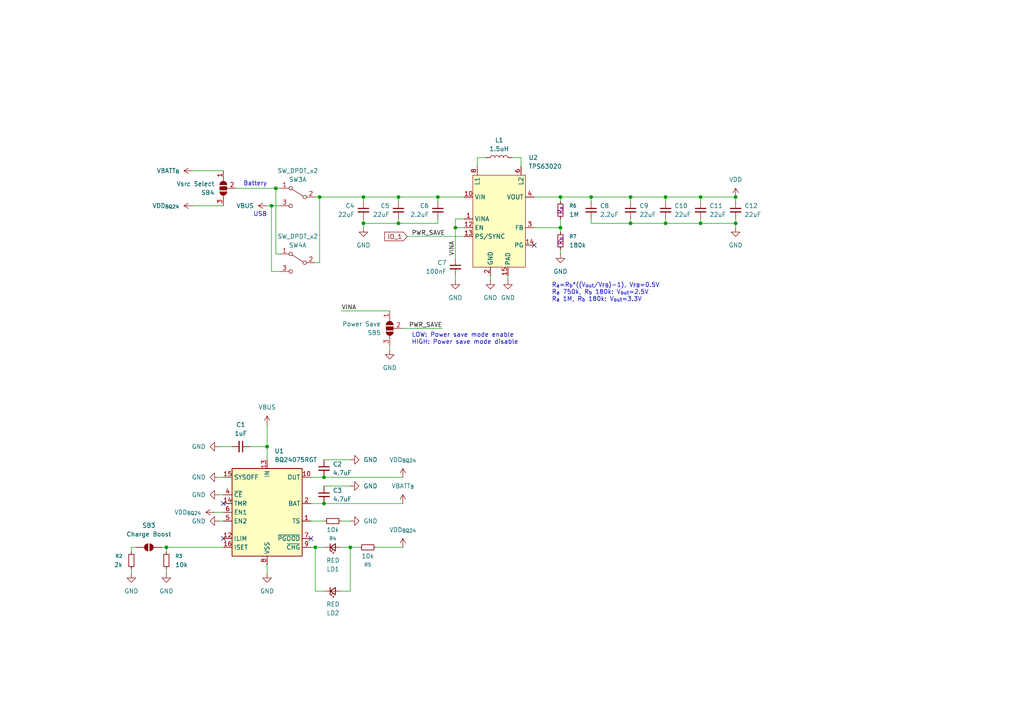
<source format=kicad_sch>
(kicad_sch (version 20250114) (generator "eeschema") (generator_version "9.0")
  (paper "A4")
  (lib_symbols
    (symbol "Battery_Management:BQ24075RGT"
      (property "Reference" "U" (at -8.89 13.97 0))
      (property "Value" "BQ24075RGT" (at 16.51 13.97 0))
      (symbol "BQ24075RGT_0_1"
        (rectangle (start -10.16 12.7) (end 10.16 -12.7) (stroke (width 0.254)) (fill (type background)))
      )
      (symbol "BQ24075RGT_1_1"
        (pin input line (at -12.7 10.16 0) (length 2.54) (name "SYSOFF") (number "15"))
        (pin input line (at -12.7 5.08 0) (length 2.54) (name "~{CE}") (number "4"))
        (pin input line (at -12.7 2.54 0) (length 2.54) (name "TMR") (number "14"))
        (pin input line (at -12.7 0 0) (length 2.54) (name "EN1") (number "6"))
        (pin input line (at -12.7 -2.54 0) (length 2.54) (name "EN2") (number "5"))
        (pin passive line (at -12.7 -7.62 0) (length 2.54) (name "ILIM") (number "12"))
        (pin passive line (at -12.7 -10.16 0) (length 2.54) (name "ISET") (number "16"))
        (pin power_in line (at 0 15.24 270) (length 2.54) (name "IN") (number "13"))
        (pin passive line (at 0 -15.24 90) (length 2.54) (hide yes) (name "VSS") (number "17"))
        (pin power_in line (at 0 -15.24 90) (length 2.54) (name "VSS") (number "8"))
        (pin power_out line (at 12.7 10.16 180) (length 2.54) (name "OUT") (number "10"))
        (pin passive line (at 12.7 10.16 180) (length 2.54) (hide yes) (name "OUT") (number "11"))
        (pin power_out line (at 12.7 2.54 180) (length 2.54) (name "BAT") (number "2"))
        (pin passive line (at 12.7 2.54 180) (length 2.54) (hide yes) (name "BAT") (number "3"))
        (pin passive line (at 12.7 -2.54 180) (length 2.54) (name "TS") (number "1"))
        (pin open_collector line (at 12.7 -7.62 180) (length 2.54) (name "~{PGOOD}") (number "7"))
        (pin open_collector line (at 12.7 -10.16 180) (length 2.54) (name "~{CHG}") (number "9"))
      )
    )
    (symbol "Device:C_Small" (pin_numbers (hide yes)) (pin_names (offset 0.254) (hide yes))
      (property "Reference" "C" (at 0.254 1.778 0))
      (property "Value" "C_Small" (at 0.254 -2.032 0))
      (symbol "C_Small_0_1"
        (polyline (pts (xy -1.524 0.508) (xy 1.524 0.508)) (stroke (width 0.3048)))
        (polyline (pts (xy -1.524 -0.508) (xy 1.524 -0.508)) (stroke (width 0.3302)))
      )
      (symbol "C_Small_1_1"
        (pin passive line (at 0 2.54 270) (length 2.032) (name "~") (number "1"))
        (pin passive line (at 0 -2.54 90) (length 2.032) (name "~") (number "2"))
      )
    )
    (symbol "Device:L" (pin_numbers (hide yes)) (pin_names (offset 1.016) (hide yes))
      (property "Reference" "L" (at -1.27 0 90))
      (property "Value" "L" (at 1.905 0 90))
      (symbol "L_0_1"
        (arc (start 0 2.54) (mid 0.6323 1.905) (end 0 1.27))
        (arc (start 0 1.27) (mid 0.6323 0.635) (end 0 0))
        (arc (start 0 0) (mid 0.6323 -0.635) (end 0 -1.27))
        (arc (start 0 -1.27) (mid 0.6323 -1.905) (end 0 -2.54))
      )
      (symbol "L_1_1"
        (pin passive line (at 0 3.81 270) (length 1.27) (name "1") (number "1"))
        (pin passive line (at 0 -3.81 90) (length 1.27) (name "2") (number "2"))
      )
    )
    (symbol "Device:LED_Small" (pin_numbers (hide yes)) (pin_names (offset 0.254) (hide yes))
      (property "Reference" "D" (at -1.27 3.175 0))
      (property "Value" "LED_Small" (at -4.445 -2.54 0))
      (symbol "LED_Small_0_1"
        (polyline (pts (xy -0.762 -1.016) (xy -0.762 1.016)) (stroke (width 0.254)))
        (polyline (pts (xy 0 0.762) (xy -0.508 1.27) (xy -0.254 1.27) (xy -0.508 1.27) (xy -0.508 1.016)))
        (polyline (pts (xy 0.508 1.27) (xy 0 1.778) (xy 0.254 1.778) (xy 0 1.778) (xy 0 1.524)))
        (polyline (pts (xy 0.762 -1.016) (xy -0.762 0) (xy 0.762 1.016) (xy 0.762 -1.016)) (stroke (width 0.254)))
        (polyline (pts (xy 1.016 0) (xy -0.762 0)))
      )
      (symbol "LED_Small_1_1"
        (pin passive line (at -2.54 0 0) (length 1.778) (name "K") (number "1"))
        (pin passive line (at 2.54 0 180) (length 1.778) (name "A") (number "2"))
      )
    )
    (symbol "Device:R_Small" (pin_numbers (hide yes)) (pin_names (offset 0.254) (hide yes))
      (property "Reference" "R" (at 0 0 90))
      (property "Value" "R_Small" (at 1.778 0 90))
      (symbol "R_Small_0_1"
        (rectangle (start -0.762 1.778) (end 0.762 -1.778) (stroke (width 0.2032)))
      )
      (symbol "R_Small_1_1"
        (pin passive line (at 0 2.54 270) (length 0.762) (name "~") (number "1"))
        (pin passive line (at 0 -2.54 90) (length 0.762) (name "~") (number "2"))
      )
    )
    (symbol "ErgoSNM_Keyboard_Library:TPS63020"
      (property "Reference" "U" (at 11.938 7.874 0))
      (property "Value" "TPS63020" (at 15.24 5.08 0))
      (symbol "TPS63020_1_1"
        (rectangle (start -7.62 0) (end 7.62 -26.67) (fill (type background)))
        (pin input line (at -10.16 -3.81 0) (length 2.54) (hide yes) (name "VIN") (number "11"))
        (pin input line (at -10.16 -6.35 0) (length 2.54) (name "VIN") (number "10"))
        (pin input line (at -10.16 -12.7 0) (length 2.54) (name "VINA") (number "1"))
        (pin input line (at -10.16 -15.24 0) (length 2.54) (name "EN") (number "12"))
        (pin input line (at -10.16 -17.78 0) (length 2.54) (name "PS/SYNC") (number "13"))
        (pin input line (at -6.35 2.54 270) (length 2.54) (name "L1") (number "8"))
        (pin input line (at -3.81 2.54 270) (length 2.54) (hide yes) (name "L1") (number "9"))
        (pin input line (at -2.54 -29.21 90) (length 2.54) (name "GND") (number "2"))
        (pin input line (at 2.54 -29.21 90) (length 2.54) (name "PAD") (number "15"))
        (pin input line (at 3.81 2.54 270) (length 2.54) (hide yes) (name "L2") (number "7"))
        (pin input line (at 6.35 2.54 270) (length 2.54) (name "L2") (number "6"))
        (pin input line (at 10.16 -3.81 180) (length 2.54) (hide yes) (name "VOUT") (number "5"))
        (pin input line (at 10.16 -6.35 180) (length 2.54) (name "VOUT") (number "4"))
        (pin input line (at 10.16 -15.24 180) (length 2.54) (name "FB") (number "3"))
        (pin input line (at 10.16 -20.32 180) (length 2.54) (name "PG") (number "14"))
      )
    )
    (symbol "Jumper:SolderJumper_2_Open" (pin_numbers (hide yes)) (pin_names (offset 0) (hide yes)) (in_bom no)
      (property "Reference" "JP" (at 0 2.032 0))
      (property "Value" "SolderJumper_2_Open" (at 0 -2.54 0))
      (symbol "SolderJumper_2_Open_0_1"
        (polyline (pts (xy -0.254 1.016) (xy -0.254 -1.016)))
        (arc (start -0.254 -1.016) (mid -1.2656 0) (end -0.254 1.016))
        (arc (start -0.254 -1.016) (mid -1.2656 0) (end -0.254 1.016) (fill (type outline)))
        (arc (start 0.254 1.016) (mid 1.2656 0) (end 0.254 -1.016))
        (arc (start 0.254 1.016) (mid 1.2656 0) (end 0.254 -1.016) (fill (type outline)))
        (polyline (pts (xy 0.254 1.016) (xy 0.254 -1.016)))
      )
      (symbol "SolderJumper_2_Open_1_1"
        (pin passive line (at -3.81 0 0) (length 2.54) (name "A") (number "1"))
        (pin passive line (at 3.81 0 180) (length 2.54) (name "B") (number "2"))
      )
    )
    (symbol "Jumper:SolderJumper_3_Open" (pin_names (offset 0) (hide yes)) (in_bom no)
      (property "Reference" "JP" (at -2.54 -2.54 0))
      (property "Value" "SolderJumper_3_Open" (at 0 2.794 0))
      (symbol "SolderJumper_3_Open_0_1"
        (polyline (pts (xy -2.54 0) (xy -2.032 0)))
        (polyline (pts (xy -1.016 1.016) (xy -1.016 -1.016)))
        (arc (start -1.016 -1.016) (mid -2.0276 0) (end -1.016 1.016))
        (arc (start -1.016 -1.016) (mid -2.0276 0) (end -1.016 1.016) (fill (type outline)))
        (rectangle (start -0.508 1.016) (end 0.508 -1.016) (fill (type outline)))
        (polyline (pts (xy 0 -1.27) (xy 0 -1.016)))
        (arc (start 1.016 1.016) (mid 2.0276 0) (end 1.016 -1.016))
        (arc (start 1.016 1.016) (mid 2.0276 0) (end 1.016 -1.016) (fill (type outline)))
        (polyline (pts (xy 1.016 1.016) (xy 1.016 -1.016)))
        (polyline (pts (xy 2.54 0) (xy 2.032 0)))
      )
      (symbol "SolderJumper_3_Open_1_1"
        (pin passive line (at -5.08 0 0) (length 2.54) (name "A") (number "1"))
        (pin passive line (at 0 -3.81 90) (length 2.54) (name "C") (number "2"))
        (pin passive line (at 5.08 0 180) (length 2.54) (name "B") (number "3"))
      )
    )
    (symbol "Switch:SW_DPDT_x2" (pin_names (offset 0) (hide yes))
      (property "Reference" "SW" (at 0 4.318 0))
      (property "Value" "SW_DPDT_x2" (at 0 -5.08 0))
      (symbol "SW_DPDT_x2_0_0"
        (circle (center -2.032 0) (radius 0.508))
        (circle (center 2.032 -2.54) (radius 0.508))
      )
      (symbol "SW_DPDT_x2_0_1"
        (polyline (pts (xy -1.524 0.254) (xy 1.651 2.286)))
        (circle (center 2.032 2.54) (radius 0.508))
      )
      (symbol "SW_DPDT_x2_1_1"
        (pin passive line (at -5.08 0 0) (length 2.54) (name "B") (number "2"))
        (pin passive line (at 5.08 2.54 180) (length 2.54) (name "A") (number "1"))
        (pin passive line (at 5.08 -2.54 180) (length 2.54) (name "C") (number "3"))
      )
      (symbol "SW_DPDT_x2_2_1"
        (pin passive line (at -5.08 0 0) (length 2.54) (name "B") (number "5"))
        (pin passive line (at 5.08 2.54 180) (length 2.54) (name "A") (number "4"))
        (pin passive line (at 5.08 -2.54 180) (length 2.54) (name "C") (number "6"))
      )
    )
    (symbol "VDD_1" (power) (pin_numbers (hide yes)) (pin_names (offset 0) (hide yes))
      (property "Value" "VDD" (at 0 3.556 0))
      (symbol "VDD_1_0_1"
        (polyline (pts (xy -0.762 1.27) (xy 0 2.54)))
        (polyline (pts (xy 0 2.54) (xy 0.762 1.27)))
        (polyline (pts (xy 0 0) (xy 0 2.54)))
      )
      (symbol "VDD_1_1_1"
        (pin power_in line (at 0 0 90) (length 0) (name "~") (number "1"))
      )
    )
    (symbol "power:+BATT" (power) (pin_numbers (hide yes)) (pin_names (offset 0) (hide yes))
      (property "Value" "+BATT" (at 0 3.556 0))
      (symbol "+BATT_0_1"
        (polyline (pts (xy -0.762 1.27) (xy 0 2.54)))
        (polyline (pts (xy 0 2.54) (xy 0.762 1.27)))
        (polyline (pts (xy 0 0) (xy 0 2.54)))
      )
      (symbol "+BATT_1_1"
        (pin power_in line (at 0 0 90) (length 0) (name "~") (number "1"))
      )
    )
    (symbol "power:GND" (power) (pin_numbers (hide yes)) (pin_names (offset 0) (hide yes))
      (property "Value" "GND" (at 0 -3.81 0))
      (symbol "GND_0_1"
        (polyline (pts (xy 0 0) (xy 0 -1.27) (xy 1.27 -1.27) (xy 0 -2.54) (xy -1.27 -1.27) (xy 0 -1.27)))
      )
      (symbol "GND_1_1"
        (pin power_in line (at 0 0 270) (length 0) (name "~") (number "1"))
      )
    )
    (symbol "power:VBUS" (power) (pin_numbers (hide yes)) (pin_names (offset 0) (hide yes))
      (property "Value" "VBUS" (at 0 3.556 0))
      (symbol "VBUS_0_1"
        (polyline (pts (xy -0.762 1.27) (xy 0 2.54)))
        (polyline (pts (xy 0 2.54) (xy 0.762 1.27)))
        (polyline (pts (xy 0 0) (xy 0 2.54)))
      )
      (symbol "VBUS_1_1"
        (pin power_in line (at 0 0 90) (length 0) (name "~") (number "1"))
      )
    )
    (symbol "power:VDD" (power) (pin_numbers (hide yes)) (pin_names (offset 0) (hide yes))
      (property "Value" "VDD" (at 0 3.556 0))
      (symbol "VDD_0_1"
        (polyline (pts (xy -0.762 1.27) (xy 0 2.54)))
        (polyline (pts (xy 0 2.54) (xy 0.762 1.27)))
        (polyline (pts (xy 0 0) (xy 0 2.54)))
      )
      (symbol "VDD_1_1"
        (pin power_in line (at 0 0 90) (length 0) (name "~") (number "1"))
      )
    )
  )
  (text "Battery" (at 77.47 53.34 0) (effects (font (size 1.27 1.27)) (justify right)))
  (text "R_{a}=R_{b}*((V_{out}/V_{FB})-1), V_{FB}=0.5V\nR_{a} 750k, R_{b} 180k: V_{out}=2.5V\nR_{a} 1M, R_{b} 180k: V_{out}=3.3V" (at 160.02 87.63 0) (effects (font (size 1.27 1.27)) (justify left bottom)))
  (text "LOW: Power save mode enable\nHIGH: Power save mode disable" (at 119.38 96.52 0) (effects (font (size 1.27 1.27)) (justify left top)))
  (text "USB" (at 77.47 62.23 0) (effects (font (size 1.27 1.27)) (justify right)))
  (junction (at 182.88 64.77))
  (junction (at 91.44 158.75))
  (junction (at 203.2 64.77))
  (junction (at 80.01 54.61))
  (junction (at 182.88 57.15))
  (junction (at 203.2 57.15))
  (junction (at 101.6 158.75))
  (junction (at 213.36 64.77))
  (junction (at 92.71 57.15))
  (junction (at 115.57 64.77))
  (junction (at 77.47 129.54))
  (junction (at 193.04 57.15))
  (junction (at 162.56 57.15))
  (junction (at 171.45 57.15))
  (junction (at 132.08 66.04))
  (junction (at 162.56 66.04))
  (junction (at 193.04 64.77))
  (junction (at 127 57.15))
  (junction (at 93.98 146.05))
  (junction (at 105.41 57.15))
  (junction (at 115.57 57.15))
  (junction (at 93.98 138.43))
  (junction (at 213.36 57.15))
  (junction (at 78.74 59.69))
  (junction (at 48.26 158.75))
  (junction (at 105.41 64.77))
  (no_connect (at 64.77 146.05))
  (no_connect (at 64.77 156.21))
  (no_connect (at 90.17 156.21))
  (no_connect (at 154.94 71.12))
  (wire (pts (xy 203.2 64.77) (xy 203.2 63.5)))
  (wire (pts (xy 38.1 158.75) (xy 39.37 158.75)))
  (wire (pts (xy 93.98 138.43) (xy 116.84 138.43)))
  (wire (pts (xy 147.32 80.01) (xy 147.32 81.28)))
  (wire (pts (xy 182.88 64.77) (xy 182.88 63.5)))
  (wire (pts (xy 213.36 57.15) (xy 203.2 57.15)))
  (wire (pts (xy 77.47 166.37) (xy 77.47 163.83)))
  (wire (pts (xy 99.06 90.17) (xy 113.03 90.17)))
  (wire (pts (xy 38.1 165.1) (xy 38.1 166.37)))
  (wire (pts (xy 162.56 73.66) (xy 162.56 72.39)))
  (wire (pts (xy 132.08 80.01) (xy 132.08 81.28)))
  (wire (pts (xy 46.99 158.75) (xy 48.26 158.75)))
  (wire (pts (xy 55.88 49.53) (xy 64.77 49.53)))
  (wire (pts (xy 109.22 158.75) (xy 116.84 158.75)))
  (wire (pts (xy 101.6 158.75) (xy 104.14 158.75)))
  (wire (pts (xy 81.28 78.74) (xy 78.74 78.74)))
  (wire (pts (xy 154.94 57.15) (xy 162.56 57.15)))
  (wire (pts (xy 93.98 151.13) (xy 90.17 151.13)))
  (wire (pts (xy 63.5 138.43) (xy 64.77 138.43)))
  (wire (pts (xy 193.04 64.77) (xy 182.88 64.77)))
  (wire (pts (xy 127 57.15) (xy 134.62 57.15)))
  (wire (pts (xy 80.01 73.66) (xy 80.01 54.61)))
  (wire (pts (xy 90.17 158.75) (xy 91.44 158.75)))
  (wire (pts (xy 68.58 54.61) (xy 80.01 54.61)))
  (wire (pts (xy 151.13 45.72) (xy 148.59 45.72)))
  (wire (pts (xy 134.62 63.5) (xy 132.08 63.5)))
  (wire (pts (xy 101.6 171.45) (xy 101.6 158.75)))
  (wire (pts (xy 63.5 129.54) (xy 67.31 129.54)))
  (wire (pts (xy 105.41 64.77) (xy 105.41 66.04)))
  (wire (pts (xy 77.47 59.69) (xy 78.74 59.69)))
  (wire (pts (xy 91.44 57.15) (xy 92.71 57.15)))
  (wire (pts (xy 99.06 158.75) (xy 101.6 158.75)))
  (wire (pts (xy 81.28 73.66) (xy 80.01 73.66)))
  (wire (pts (xy 91.44 171.45) (xy 91.44 158.75)))
  (wire (pts (xy 77.47 133.35) (xy 77.47 129.54)))
  (wire (pts (xy 48.26 158.75) (xy 64.77 158.75)))
  (wire (pts (xy 101.6 151.13) (xy 99.06 151.13)))
  (wire (pts (xy 171.45 57.15) (xy 182.88 57.15)))
  (wire (pts (xy 127 57.15) (xy 127 58.42)))
  (wire (pts (xy 127 63.5) (xy 127 64.77)))
  (wire (pts (xy 171.45 57.15) (xy 171.45 58.42)))
  (wire (pts (xy 93.98 146.05) (xy 116.84 146.05)))
  (wire (pts (xy 138.43 48.26) (xy 138.43 45.72)))
  (wire (pts (xy 115.57 58.42) (xy 115.57 57.15)))
  (wire (pts (xy 171.45 64.77) (xy 182.88 64.77)))
  (wire (pts (xy 162.56 57.15) (xy 171.45 57.15)))
  (wire (pts (xy 151.13 48.26) (xy 151.13 45.72)))
  (wire (pts (xy 213.36 64.77) (xy 203.2 64.77)))
  (wire (pts (xy 90.17 138.43) (xy 93.98 138.43)))
  (wire (pts (xy 105.41 57.15) (xy 105.41 58.42)))
  (wire (pts (xy 78.74 78.74) (xy 78.74 59.69)))
  (wire (pts (xy 115.57 57.15) (xy 127 57.15)))
  (wire (pts (xy 105.41 63.5) (xy 105.41 64.77)))
  (wire (pts (xy 132.08 63.5) (xy 132.08 66.04)))
  (wire (pts (xy 142.24 80.01) (xy 142.24 81.28)))
  (wire (pts (xy 63.5 151.13) (xy 64.77 151.13)))
  (wire (pts (xy 93.98 133.35) (xy 101.6 133.35)))
  (wire (pts (xy 78.74 59.69) (xy 81.28 59.69)))
  (wire (pts (xy 93.98 140.97) (xy 101.6 140.97)))
  (wire (pts (xy 171.45 63.5) (xy 171.45 64.77)))
  (wire (pts (xy 132.08 66.04) (xy 132.08 74.93)))
  (wire (pts (xy 93.98 171.45) (xy 91.44 171.45)))
  (wire (pts (xy 115.57 63.5) (xy 115.57 64.77)))
  (wire (pts (xy 182.88 57.15) (xy 182.88 58.42)))
  (wire (pts (xy 134.62 68.58) (xy 118.11 68.58)))
  (wire (pts (xy 91.44 158.75) (xy 93.98 158.75)))
  (wire (pts (xy 203.2 57.15) (xy 203.2 58.42)))
  (wire (pts (xy 134.62 66.04) (xy 132.08 66.04)))
  (wire (pts (xy 80.01 54.61) (xy 81.28 54.61)))
  (wire (pts (xy 55.88 59.69) (xy 64.77 59.69)))
  (wire (pts (xy 92.71 76.2) (xy 92.71 57.15)))
  (wire (pts (xy 63.5 143.51) (xy 64.77 143.51)))
  (wire (pts (xy 93.98 146.05) (xy 90.17 146.05)))
  (wire (pts (xy 162.56 63.5) (xy 162.56 66.04)))
  (wire (pts (xy 193.04 57.15) (xy 193.04 58.42)))
  (wire (pts (xy 113.03 101.6) (xy 113.03 100.33)))
  (wire (pts (xy 203.2 57.15) (xy 193.04 57.15)))
  (wire (pts (xy 138.43 45.72) (xy 140.97 45.72)))
  (wire (pts (xy 162.56 58.42) (xy 162.56 57.15)))
  (wire (pts (xy 154.94 66.04) (xy 162.56 66.04)))
  (wire (pts (xy 38.1 160.02) (xy 38.1 158.75)))
  (wire (pts (xy 77.47 123.19) (xy 77.47 129.54)))
  (wire (pts (xy 213.36 63.5) (xy 213.36 64.77)))
  (wire (pts (xy 77.47 129.54) (xy 72.39 129.54)))
  (wire (pts (xy 92.71 57.15) (xy 105.41 57.15)))
  (wire (pts (xy 105.41 57.15) (xy 115.57 57.15)))
  (wire (pts (xy 99.06 171.45) (xy 101.6 171.45)))
  (wire (pts (xy 62.23 148.59) (xy 64.77 148.59)))
  (wire (pts (xy 48.26 166.37) (xy 48.26 165.1)))
  (wire (pts (xy 213.36 66.04) (xy 213.36 64.77)))
  (wire (pts (xy 48.26 158.75) (xy 48.26 160.02)))
  (wire (pts (xy 115.57 64.77) (xy 127 64.77)))
  (wire (pts (xy 116.84 95.25) (xy 128.27 95.25)))
  (wire (pts (xy 193.04 57.15) (xy 182.88 57.15)))
  (wire (pts (xy 162.56 66.04) (xy 162.56 67.31)))
  (wire (pts (xy 203.2 64.77) (xy 193.04 64.77)))
  (wire (pts (xy 213.36 57.15) (xy 213.36 58.42)))
  (wire (pts (xy 193.04 64.77) (xy 193.04 63.5)))
  (wire (pts (xy 115.57 64.77) (xy 105.41 64.77)))
  (wire (pts (xy 91.44 76.2) (xy 92.71 76.2)))
  (label "VINA" (at 132.08 69.85 270))
  (label "VINA" (at 99.06 90.17 0))
  (label "PWR_SAVE" (at 128.27 95.25 180))
  (label "PWR_SAVE" (at 119.38 68.58 0))
  (global_label "IO_1" (shape input) (at 118.11 68.58 180) (property "Intersheetrefs" "${INTERSHEET_REFS}" (effects (hide yes))))
  (symbol (lib_id "Device:C_Small") (at 203.2 60.96 0) (unit 1)
    (property "Reference" "C11" (at 205.74 59.6962 0) (effects (justify left)))
    (property "Value" "22uF" (at 205.74 62.2362 0) (effects (justify left)))
    (property "Footprint" "Capacitor_SMD:C_0805_2012Metric" (effects (hide yes)))
    (property "Description" "Unpolarized capacitor, small symbol" (effects (hide yes)))
    (property "JLCPCB Part #" "C45783" (effects (hide yes)))
    (property "MFR. Part #" "CL21A226MAQNNNE" (effects (hide yes)))
  )
  (symbol (lib_id "power:GND") (at 63.5 138.43 270) (unit 1)
    (property "Reference" "#PWR024" (effects (hide yes)))
    (property "Value" "GND" (at 59.69 138.4299 90) (effects (justify right)))
    (property "Description" "Power symbol creates a global label with name \"GND\" , ground" (effects (hide yes)))
  )
  (symbol (lib_id "power:GND") (at 105.41 66.04 0) (unit 1)
    (property "Reference" "#PWR033" (effects (hide yes)))
    (property "Value" "GND" (at 105.41 71.12 0))
    (property "Description" "Power symbol creates a global label with name \"GND\" , ground" (effects (hide yes)))
  )
  (symbol (lib_id "power:GND") (at 101.6 133.35 90) (unit 1)
    (property "Reference" "#PWR030" (effects (hide yes)))
    (property "Value" "GND" (at 105.41 133.3499 90) (effects (justify right)))
    (property "Description" "Power symbol creates a global label with name \"GND\" , ground" (effects (hide yes)))
  )
  (symbol (lib_id "Device:L") (at 144.78 45.72 90) (unit 1)
    (property "Reference" "L1" (at 144.78 40.64 90))
    (property "Value" "1.5uH" (at 144.78 43.18 90))
    (property "Footprint" "Inductor_SMD:L_Changjiang_FNR252012S" (effects (hide yes)))
    (property "JLCPCB Part #" "C5832371" (effects (hide yes)))
    (property "MFR. Part #" "FTC252012S1R5MBCA" (effects (hide yes)))
  )
  (symbol (lib_id "power:VBUS") (at 77.47 59.69 90) (unit 1)
    (property "Reference" "#PWR027" (effects (hide yes)))
    (property "Value" "VBUS" (at 73.66 59.6899 90) (effects (justify left)))
    (property "Description" "Power symbol creates a global label with name \"VBUS\"" (effects (hide yes)))
  )
  (symbol (lib_id "power:+BATT") (at 55.88 49.53 90) (unit 1)
    (property "Reference" "#PWR020" (effects (hide yes)))
    (property "Value" "VBATT_{B}" (at 52.07 49.5299 90) (effects (justify left)))
    (property "Description" "Power symbol creates a global label with name \"+BATT\"" (effects (hide yes)))
  )
  (symbol (lib_name "VDD_1") (lib_id "power:VDD") (at 55.88 59.69 90) (unit 1)
    (property "Reference" "#PWR021" (effects (hide yes)))
    (property "Value" "VDD_{BQ24}" (at 52.07 59.6899 90) (effects (justify left)))
    (property "Description" "Power symbol creates a global label with name \"VDD\"" (effects (hide yes)))
  )
  (symbol (lib_id "Device:LED_Small") (at 96.52 158.75 0) (mirror x) (unit 1)
    (property "Reference" "LD1" (at 96.5835 165.1 0))
    (property "Value" "RED" (at 96.5835 162.56 0))
    (property "Footprint" "LED_SMD:LED_0603_1608Metric" (effects (hide yes)))
    (property "Description" "Light emitting diode, small symbol" (effects (hide yes)))
    (property "Sim.Pin" "1=K 2=A" (effects (hide yes)))
    (property "JLCPCB Part #" "C2286" (effects (hide yes)))
    (property "MFR. Part #" "KT-0603R" (effects (hide yes)))
  )
  (symbol (lib_id "power:+BATT") (at 116.84 146.05 0) (unit 1)
    (property "Reference" "#PWR036" (effects (hide yes)))
    (property "Value" "VBATT_{B}" (at 116.84 140.97 0))
    (property "Description" "Power symbol creates a global label with name \"+BATT\"" (effects (hide yes)))
  )
  (symbol (lib_id "Device:C_Small") (at 132.08 77.47 0) (mirror y) (unit 1)
    (property "Reference" "C7" (at 129.54 76.2062 0) (effects (justify left)))
    (property "Value" "100nF" (at 129.54 78.7462 0) (effects (justify left)))
    (property "Footprint" "Capacitor_SMD:C_0603_1608Metric" (effects (hide yes)))
    (property "Description" "Unpolarized capacitor, small symbol" (effects (hide yes)))
    (property "JLCPCB Part #" "C14663" (effects (hide yes)))
    (property "MFR. Part #" "CC0603KRX7R9BB104" (effects (hide yes)))
  )
  (symbol (lib_id "Device:R_Small") (at 162.56 60.96 0) (mirror y) (unit 1)
    (property "Reference" "R6" (at 165.1 59.6899 0) (effects (font (size 1.016 1.016)) (justify right)))
    (property "Value" "1M" (at 165.1 62.2299 0) (effects (justify right)))
    (property "Footprint" "Resistor_SMD:R_0603_1608Metric" (effects (hide yes)))
    (property "Description" "Resistor, small symbol" (effects (hide yes)))
    (property "Cal" "R_{a}" (at 162.56 60.96 90))
    (property "JLCPCB Part #" "C22935" (effects (hide yes)))
    (property "MFR. Part #" "0603WAF1004T5E" (effects (hide yes)))
  )
  (symbol (lib_id "power:GND") (at 113.03 101.6 0) (unit 1)
    (property "Reference" "#PWR034" (effects (hide yes)))
    (property "Value" "GND" (at 113.03 106.68 0))
    (property "Description" "Power symbol creates a global label with name \"GND\" , ground" (effects (hide yes)))
  )
  (symbol (lib_id "power:GND") (at 147.32 81.28 0) (unit 1)
    (property "Reference" "#PWR040" (effects (hide yes)))
    (property "Value" "GND" (at 147.32 86.36 0))
    (property "Description" "Power symbol creates a global label with name \"GND\" , ground" (effects (hide yes)))
  )
  (symbol (lib_id "Device:LED_Small") (at 96.52 171.45 0) (mirror x) (unit 1)
    (property "Reference" "LD2" (at 96.5835 177.8 0))
    (property "Value" "RED" (at 96.5835 175.26 0))
    (property "Footprint" "LED_SMD:LED_0603_1608Metric" (effects (hide yes)))
    (property "Description" "Light emitting diode, small symbol" (effects (hide yes)))
    (property "Sim.Pin" "1=K 2=A" (effects (hide yes)))
    (property "JLCPCB Part #" "C2286" (effects (hide yes)))
    (property "MFR. Part #" "KT-0603R" (effects (hide yes)))
  )
  (symbol (lib_id "ErgoSNM_Keyboard_Library:TPS63020") (at 144.78 50.8 0) (unit 1)
    (property "Reference" "U2" (at 153.2733 45.72 0) (effects (justify left)))
    (property "Value" "TPS63020" (at 153.2733 48.26 0) (effects (justify left)))
    (property "Footprint" "Package_SON:VSON-14-1EP_3x4.45mm_P0.65mm_EP1.6x4.2mm_ThermalVias" (effects (hide yes)))
    (property "JLCPCB Part #" "C15483" (effects (hide yes)))
    (property "MFR. Part #" "TPS63020DSJR" (effects (hide yes)))
  )
  (symbol (lib_id "Switch:SW_DPDT_x2") (at 86.36 76.2 0) (mirror y) (unit 1)
    (property "Reference" "SW4" (at 86.36 71.12 0))
    (property "Value" "SW_DPDT_x2" (at 86.36 68.58 0))
    (property "Footprint" "ErgoSNM_Keyboard:MSKT-22D14-T" (effects (hide yes)))
  )
  (symbol (lib_id "Device:C_Small") (at 69.85 129.54 270) (unit 1)
    (property "Reference" "C1" (at 69.8436 123.19 90))
    (property "Value" "1uF" (at 69.8436 125.73 90))
    (property "Footprint" "Capacitor_SMD:C_0603_1608Metric" (effects (hide yes)))
    (property "Description" "Unpolarized capacitor, small symbol" (effects (hide yes)))
    (property "JLCPCB Part #" "C15849" (effects (hide yes)))
    (property "MFR. Part #" "CL10A105KB8NNNC" (effects (hide yes)))
  )
  (symbol (lib_name "VDD_1") (lib_id "power:VDD") (at 116.84 138.43 0) (unit 1)
    (property "Reference" "#PWR035" (effects (hide yes)))
    (property "Value" "VDD_{BQ24}" (at 116.84 133.35 0))
    (property "Description" "Power symbol creates a global label with name \"VDD\"" (effects (hide yes)))
  )
  (symbol (lib_id "Device:C_Small") (at 193.04 60.96 0) (unit 1)
    (property "Reference" "C10" (at 195.58 59.6962 0) (effects (justify left)))
    (property "Value" "22uF" (at 195.58 62.2362 0) (effects (justify left)))
    (property "Footprint" "Capacitor_SMD:C_0805_2012Metric" (effects (hide yes)))
    (property "Description" "Unpolarized capacitor, small symbol" (effects (hide yes)))
    (property "JLCPCB Part #" "C45783" (effects (hide yes)))
    (property "MFR. Part #" "CL21A226MAQNNNE" (effects (hide yes)))
  )
  (symbol (lib_id "Device:C_Small") (at 93.98 143.51 0) (unit 1)
    (property "Reference" "C3" (at 96.52 142.2462 0) (effects (justify left)))
    (property "Value" "4.7uF" (at 96.52 144.7862 0) (effects (justify left)))
    (property "Footprint" "Capacitor_SMD:C_0603_1608Metric" (effects (hide yes)))
    (property "Description" "Unpolarized capacitor, small symbol" (effects (hide yes)))
    (property "JLCPCB Part #" "C19666" (effects (hide yes)))
    (property "MFR. Part #" "CL10A475KO8NNNC" (effects (hide yes)))
  )
  (symbol (lib_id "power:VBUS") (at 77.47 123.19 0) (unit 1)
    (property "Reference" "#PWR028" (effects (hide yes)))
    (property "Value" "VBUS" (at 77.47 118.11 0))
    (property "Description" "Power symbol creates a global label with name \"VBUS\"" (effects (hide yes)))
  )
  (symbol (lib_id "Device:C_Small") (at 171.45 60.96 0) (unit 1)
    (property "Reference" "C8" (at 173.99 59.6962 0) (effects (justify left)))
    (property "Value" "2.2uF" (at 173.99 62.2362 0) (effects (justify left)))
    (property "Footprint" "Capacitor_SMD:C_0603_1608Metric" (effects (hide yes)))
    (property "Description" "Unpolarized capacitor, small symbol" (effects (hide yes)))
    (property "JLCPCB Part #" "C23630" (effects (hide yes)))
    (property "MFR. Part #" "CL10A225KO8NNNC" (effects (hide yes)))
  )
  (symbol (lib_id "Device:C_Small") (at 127 60.96 0) (mirror y) (unit 1)
    (property "Reference" "C6" (at 124.46 59.6962 0) (effects (justify left)))
    (property "Value" "2.2uF" (at 124.46 62.2362 0) (effects (justify left)))
    (property "Footprint" "Capacitor_SMD:C_0603_1608Metric" (effects (hide yes)))
    (property "Description" "Unpolarized capacitor, small symbol" (effects (hide yes)))
    (property "JLCPCB Part #" "C23630" (effects (hide yes)))
    (property "MFR. Part #" "CL10A225KO8NNNC" (effects (hide yes)))
  )
  (symbol (lib_id "power:GND") (at 162.56 73.66 0) (unit 1)
    (property "Reference" "#PWR041" (effects (hide yes)))
    (property "Value" "GND" (at 162.56 78.74 0))
    (property "Description" "Power symbol creates a global label with name \"GND\" , ground" (effects (hide yes)))
  )
  (symbol (lib_id "power:GND") (at 101.6 140.97 90) (unit 1)
    (property "Reference" "#PWR031" (effects (hide yes)))
    (property "Value" "GND" (at 105.41 140.9699 90) (effects (justify right)))
    (property "Description" "Power symbol creates a global label with name \"GND\" , ground" (effects (hide yes)))
  )
  (symbol (lib_id "Jumper:SolderJumper_2_Open") (at 43.18 158.75 0) (unit 1) (in_bom no)
    (property "Reference" "SB3" (at 43.18 152.4 0))
    (property "Value" "Charge Boost" (at 43.18 154.94 0))
    (property "Footprint" "Jumper:SolderJumper-2_P1.3mm_Open_TrianglePad1.0x1.5mm" (effects (hide yes)))
    (property "Description" "Solder Jumper, 2-pole, open" (effects (hide yes)))
    (property "MFR. Part #" "--" (effects (hide yes)))
  )
  (symbol (lib_id "power:GND") (at 48.26 166.37 0) (unit 1)
    (property "Reference" "#PWR019" (effects (hide yes)))
    (property "Value" "GND" (at 48.26 171.45 0))
    (property "Description" "Power symbol creates a global label with name \"GND\" , ground" (effects (hide yes)))
  )
  (symbol (lib_id "Device:R_Small") (at 38.1 162.56 0) (unit 1)
    (property "Reference" "R2" (at 35.56 161.2899 0) (effects (font (size 1.016 1.016)) (justify right)))
    (property "Value" "2k" (at 35.56 163.8299 0) (effects (justify right)))
    (property "Footprint" "Resistor_SMD:R_0603_1608Metric" (effects (hide yes)))
    (property "Description" "Resistor, small symbol" (effects (hide yes)))
    (property "JLCPCB Part #" "C22975" (effects (hide yes)))
    (property "MFR. Part #" "0603WAF2001T5E" (effects (hide yes)))
  )
  (symbol (lib_id "Device:C_Small") (at 105.41 60.96 0) (mirror y) (unit 1)
    (property "Reference" "C4" (at 102.87 59.6962 0) (effects (justify left)))
    (property "Value" "22uF" (at 102.87 62.2362 0) (effects (justify left)))
    (property "Footprint" "Capacitor_SMD:C_0805_2012Metric" (effects (hide yes)))
    (property "Description" "Unpolarized capacitor, small symbol" (effects (hide yes)))
    (property "JLCPCB Part #" "C45783" (effects (hide yes)))
    (property "MFR. Part #" "CL21A226MAQNNNE" (effects (hide yes)))
  )
  (symbol (lib_id "power:GND") (at 142.24 81.28 0) (unit 1)
    (property "Reference" "#PWR039" (effects (hide yes)))
    (property "Value" "GND" (at 142.24 86.36 0))
    (property "Description" "Power symbol creates a global label with name \"GND\" , ground" (effects (hide yes)))
  )
  (symbol (lib_id "Jumper:SolderJumper_3_Open") (at 64.77 54.61 90) (mirror x) (unit 1) (in_bom no)
    (property "Reference" "SB4" (at 62.23 55.8801 90) (effects (justify left)))
    (property "Value" "Vsrc Select" (at 62.23 53.3401 90) (effects (justify left)))
    (property "Footprint" "Jumper:SolderJumper-2_P1.3mm_Open_TrianglePad1.0x1.5mm" (effects (hide yes)))
    (property "Description" "Solder Jumper, 3-pole, open" (effects (hide yes)))
    (property "MFR. Part #" "--" (effects (hide yes)))
  )
  (symbol (lib_id "Device:C_Small") (at 213.36 60.96 0) (unit 1)
    (property "Reference" "C12" (at 215.9 59.6962 0) (effects (justify left)))
    (property "Value" "22uF" (at 215.9 62.2362 0) (effects (justify left)))
    (property "Footprint" "Capacitor_SMD:C_0805_2012Metric" (effects (hide yes)))
    (property "Description" "Unpolarized capacitor, small symbol" (effects (hide yes)))
    (property "JLCPCB Part #" "C45783" (effects (hide yes)))
    (property "MFR. Part #" "CL21A226MAQNNNE" (effects (hide yes)))
  )
  (symbol (lib_id "power:GND") (at 63.5 143.51 270) (unit 1)
    (property "Reference" "#PWR025" (effects (hide yes)))
    (property "Value" "GND" (at 59.69 143.5099 90) (effects (justify right)))
    (property "Description" "Power symbol creates a global label with name \"GND\" , ground" (effects (hide yes)))
  )
  (symbol (lib_id "power:GND") (at 213.36 66.04 0) (unit 1)
    (property "Reference" "#PWR043" (effects (hide yes)))
    (property "Value" "GND" (at 213.36 71.12 0))
    (property "Description" "Power symbol creates a global label with name \"GND\" , ground" (effects (hide yes)))
  )
  (symbol (lib_id "Device:C_Small") (at 93.98 135.89 0) (unit 1)
    (property "Reference" "C2" (at 96.52 134.6262 0) (effects (justify left)))
    (property "Value" "4.7uF" (at 96.52 137.1662 0) (effects (justify left)))
    (property "Footprint" "Capacitor_SMD:C_0603_1608Metric" (effects (hide yes)))
    (property "Description" "Unpolarized capacitor, small symbol" (effects (hide yes)))
    (property "JLCPCB Part #" "C19666" (effects (hide yes)))
    (property "MFR. Part #" "CL10A475KO8NNNC" (effects (hide yes)))
  )
  (symbol (lib_id "power:GND") (at 63.5 129.54 270) (unit 1)
    (property "Reference" "#PWR023" (effects (hide yes)))
    (property "Value" "GND" (at 59.69 129.5399 90) (effects (justify right)))
    (property "Description" "Power symbol creates a global label with name \"GND\" , ground" (effects (hide yes)))
  )
  (symbol (lib_id "Battery_Management:BQ24075RGT") (at 77.47 148.59 0) (unit 1)
    (property "Reference" "U1" (at 79.6133 130.81 0) (effects (justify left)))
    (property "Value" "BQ24075RGT" (at 79.6133 133.35 0) (effects (justify left)))
    (property "Footprint" "Package_DFN_QFN:VQFN-16-1EP_3x3mm_P0.5mm_EP1.6x1.6mm" (effects (hide yes)))
    (property "Datasheet" "http://www.ti.com/lit/ds/symlink/bq24075.pdf" (effects (hide yes)))
    (property "Description" "USB-Friendly Li-Ion Battery Charger and Power-Path Management, VQFN-16" (effects (hide yes)))
    (property "JLCPCB Part #" "C15464" (effects (hide yes)))
    (property "MFR. Part #" "BQ24075RGTR" (effects (hide yes)))
  )
  (symbol (lib_name "VDD_1") (lib_id "power:VDD") (at 116.84 158.75 0) (unit 1)
    (property "Reference" "#PWR037" (effects (hide yes)))
    (property "Value" "VDD_{BQ24}" (at 116.84 153.67 0))
    (property "Description" "Power symbol creates a global label with name \"VDD\"" (effects (hide yes)))
  )
  (symbol (lib_id "Jumper:SolderJumper_3_Open") (at 113.03 95.25 90) (mirror x) (unit 1) (in_bom no)
    (property "Reference" "SB5" (at 110.49 96.5201 90) (effects (justify left)))
    (property "Value" "Power Save" (at 110.49 93.9801 90) (effects (justify left)))
    (property "Footprint" "Jumper:SolderJumper-2_P1.3mm_Open_TrianglePad1.0x1.5mm" (effects (hide yes)))
    (property "Description" "Solder Jumper, 3-pole, open" (effects (hide yes)))
    (property "MFR. Part #" "--" (effects (hide yes)))
  )
  (symbol (lib_id "power:GND") (at 101.6 151.13 90) (unit 1)
    (property "Reference" "#PWR032" (effects (hide yes)))
    (property "Value" "GND" (at 105.41 151.1299 90) (effects (justify right)))
    (property "Description" "Power symbol creates a global label with name \"GND\" , ground" (effects (hide yes)))
  )
  (symbol (lib_id "Device:R_Small") (at 96.52 151.13 270) (unit 1)
    (property "Reference" "R4" (at 96.52 156.21 90) (effects (font (size 1.016 1.016))))
    (property "Value" "10k" (at 96.52 153.67 90))
    (property "Footprint" "Resistor_SMD:R_0603_1608Metric" (effects (hide yes)))
    (property "Description" "Resistor, small symbol" (effects (hide yes)))
    (property "JLCPCB Part #" "C25804" (effects (hide yes)))
    (property "MFR. Part #" "0603WAF1002T5E" (effects (hide yes)))
  )
  (symbol (lib_id "Device:R_Small") (at 162.56 69.85 0) (mirror y) (unit 1)
    (property "Reference" "R7" (at 165.1 68.5799 0) (effects (font (size 1.016 1.016)) (justify right)))
    (property "Value" "180k" (at 165.1 71.1199 0) (effects (justify right)))
    (property "Footprint" "Resistor_SMD:R_0603_1608Metric" (effects (hide yes)))
    (property "Description" "Resistor, small symbol" (effects (hide yes)))
    (property "Cal" "R_{b}" (at 162.56 69.85 90))
    (property "JLCPCB Part #" "C22827" (effects (hide yes)))
    (property "MFR. Part #" "0603WAF1803T5E" (effects (hide yes)))
  )
  (symbol (lib_id "power:GND") (at 77.47 166.37 0) (unit 1)
    (property "Reference" "#PWR029" (effects (hide yes)))
    (property "Value" "GND" (at 77.47 171.45 0))
    (property "Description" "Power symbol creates a global label with name \"GND\" , ground" (effects (hide yes)))
  )
  (symbol (lib_id "power:GND") (at 63.5 151.13 270) (unit 1)
    (property "Reference" "#PWR026" (effects (hide yes)))
    (property "Value" "GND" (at 59.69 151.1299 90) (effects (justify right)))
    (property "Description" "Power symbol creates a global label with name \"GND\" , ground" (effects (hide yes)))
  )
  (symbol (lib_id "Device:R_Small") (at 106.68 158.75 270) (unit 1)
    (property "Reference" "R5" (at 106.68 163.83 90) (effects (font (size 1.016 1.016))))
    (property "Value" "10k" (at 106.68 161.29 90))
    (property "Footprint" "Resistor_SMD:R_0603_1608Metric" (effects (hide yes)))
    (property "Description" "Resistor, small symbol" (effects (hide yes)))
    (property "JLCPCB Part #" "C25804" (effects (hide yes)))
    (property "MFR. Part #" "0603WAF1002T5E" (effects (hide yes)))
  )
  (symbol (lib_id "Device:C_Small") (at 115.57 60.96 0) (mirror y) (unit 1)
    (property "Reference" "C5" (at 113.03 59.6962 0) (effects (justify left)))
    (property "Value" "22uF" (at 113.03 62.2362 0) (effects (justify left)))
    (property "Footprint" "Capacitor_SMD:C_0805_2012Metric" (effects (hide yes)))
    (property "Description" "Unpolarized capacitor, small symbol" (effects (hide yes)))
    (property "JLCPCB Part #" "C45783" (effects (hide yes)))
    (property "MFR. Part #" "CL21A226MAQNNNE" (effects (hide yes)))
  )
  (symbol (lib_id "power:GND") (at 132.08 81.28 0) (unit 1)
    (property "Reference" "#PWR038" (effects (hide yes)))
    (property "Value" "GND" (at 132.08 86.36 0))
    (property "Description" "Power symbol creates a global label with name \"GND\" , ground" (effects (hide yes)))
  )
  (symbol (lib_name "VDD_1") (lib_id "power:VDD") (at 62.23 148.59 90) (unit 1)
    (property "Reference" "#PWR022" (effects (hide yes)))
    (property "Value" "VDD_{BQ24}" (at 58.42 148.5899 90) (effects (justify left)))
    (property "Description" "Power symbol creates a global label with name \"VDD\"" (effects (hide yes)))
  )
  (symbol (lib_id "Switch:SW_DPDT_x2") (at 86.36 57.15 0) (mirror y) (unit 1)
    (property "Reference" "SW3" (at 86.36 52.07 0))
    (property "Value" "SW_DPDT_x2" (at 86.36 49.53 0))
    (property "Footprint" "ErgoSNM_Keyboard:MSKT-22D14-T" (effects (hide yes)))
  )
  (symbol (lib_id "Device:R_Small") (at 48.26 162.56 0) (mirror y) (unit 1)
    (property "Reference" "R3" (at 50.8 161.2899 0) (effects (font (size 1.016 1.016)) (justify right)))
    (property "Value" "10k" (at 50.8 163.8299 0) (effects (justify right)))
    (property "Footprint" "Resistor_SMD:R_0603_1608Metric" (effects (hide yes)))
    (property "Description" "Resistor, small symbol" (effects (hide yes)))
    (property "JLCPCB Part #" "C25804" (effects (hide yes)))
    (property "MFR. Part #" "0603WAF1002T5E" (effects (hide yes)))
  )
  (symbol (lib_id "Device:C_Small") (at 182.88 60.96 0) (unit 1)
    (property "Reference" "C9" (at 185.42 59.6962 0) (effects (justify left)))
    (property "Value" "22uF" (at 185.42 62.2362 0) (effects (justify left)))
    (property "Footprint" "Capacitor_SMD:C_0805_2012Metric" (effects (hide yes)))
    (property "Description" "Unpolarized capacitor, small symbol" (effects (hide yes)))
    (property "JLCPCB Part #" "C45783" (effects (hide yes)))
    (property "MFR. Part #" "CL21A226MAQNNNE" (effects (hide yes)))
  )
  (symbol (lib_id "power:GND") (at 38.1 166.37 0) (unit 1)
    (property "Reference" "#PWR018" (effects (hide yes)))
    (property "Value" "GND" (at 38.1 171.45 0))
    (property "Description" "Power symbol creates a global label with name \"GND\" , ground" (effects (hide yes)))
  )
  (symbol (lib_id "power:VDD") (at 213.36 57.15 0) (unit 1)
    (property "Reference" "#PWR042" (effects (hide yes)))
    (property "Value" "VDD" (at 213.36 52.07 0))
    (property "Description" "Power symbol creates a global label with name \"VDD\"" (effects (hide yes)))
  )
)
</source>
